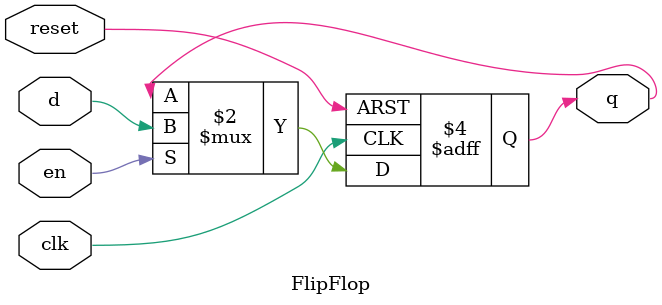
<source format=sv>
`timescale 1ns / 1ps
module FlipFlop(
        input logic reset, clk,
        input logic d,
        input logic en,
        output logic q
    );
    
    always_ff @(posedge clk, posedge reset) begin
        if (reset) q <= 0;
        else begin
            if (en) begin
                q <= d;
            end
        end
    end
endmodule

</source>
